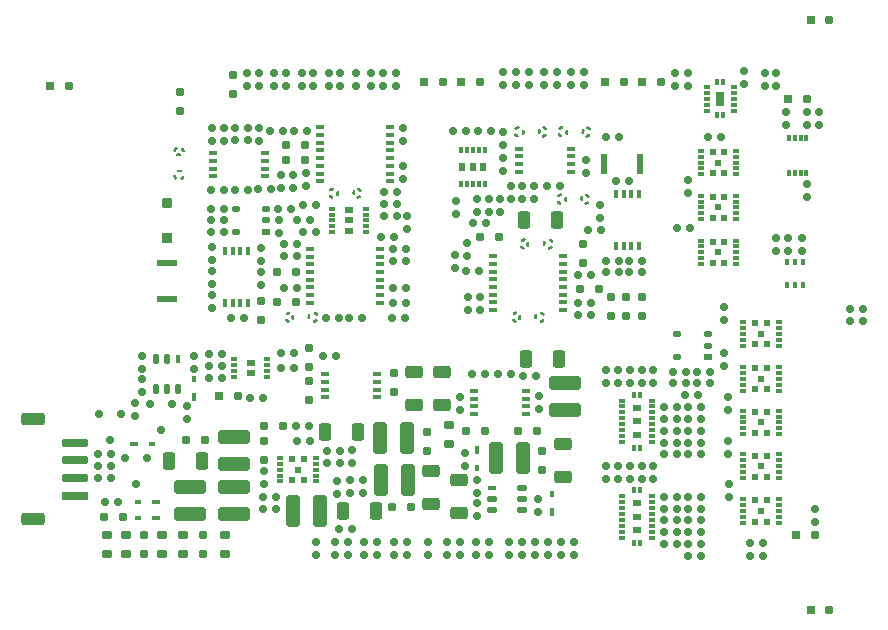
<source format=gbr>
%TF.GenerationSoftware,Altium Limited,Altium Designer,21.5.1 (32)*%
G04 Layer_Color=8421504*
%FSLAX45Y45*%
%MOMM*%
%TF.SameCoordinates,6D93875A-9943-4EB1-8E24-321CDD5DE8D5*%
%TF.FilePolarity,Positive*%
%TF.FileFunction,Paste,Top*%
%TF.Part,Single*%
G01*
G75*
%TA.AperFunction,SMDPad,CuDef*%
G04:AMPARAMS|DCode=12|XSize=0.6mm|YSize=0.6mm|CornerRadius=0.15mm|HoleSize=0mm|Usage=FLASHONLY|Rotation=180.000|XOffset=0mm|YOffset=0mm|HoleType=Round|Shape=RoundedRectangle|*
%AMROUNDEDRECTD12*
21,1,0.60000,0.30000,0,0,180.0*
21,1,0.30000,0.60000,0,0,180.0*
1,1,0.30000,-0.15000,0.15000*
1,1,0.30000,0.15000,0.15000*
1,1,0.30000,0.15000,-0.15000*
1,1,0.30000,-0.15000,-0.15000*
%
%ADD12ROUNDEDRECTD12*%
G04:AMPARAMS|DCode=13|XSize=0.6mm|YSize=0.7mm|CornerRadius=0.15mm|HoleSize=0mm|Usage=FLASHONLY|Rotation=0.000|XOffset=0mm|YOffset=0mm|HoleType=Round|Shape=RoundedRectangle|*
%AMROUNDEDRECTD13*
21,1,0.60000,0.40000,0,0,0.0*
21,1,0.30000,0.70000,0,0,0.0*
1,1,0.30000,0.15000,-0.20000*
1,1,0.30000,-0.15000,-0.20000*
1,1,0.30000,-0.15000,0.20000*
1,1,0.30000,0.15000,0.20000*
%
%ADD13ROUNDEDRECTD13*%
G04:AMPARAMS|DCode=48|XSize=0.6mm|YSize=0.6mm|CornerRadius=0.15mm|HoleSize=0mm|Usage=FLASHONLY|Rotation=90.000|XOffset=0mm|YOffset=0mm|HoleType=Round|Shape=RoundedRectangle|*
%AMROUNDEDRECTD48*
21,1,0.60000,0.30000,0,0,90.0*
21,1,0.30000,0.60000,0,0,90.0*
1,1,0.30000,0.15000,0.15000*
1,1,0.30000,0.15000,-0.15000*
1,1,0.30000,-0.15000,-0.15000*
1,1,0.30000,-0.15000,0.15000*
%
%ADD48ROUNDEDRECTD48*%
G04:AMPARAMS|DCode=53|XSize=2mm|YSize=1.1mm|CornerRadius=0.275mm|HoleSize=0mm|Usage=FLASHONLY|Rotation=180.000|XOffset=0mm|YOffset=0mm|HoleType=Round|Shape=RoundedRectangle|*
%AMROUNDEDRECTD53*
21,1,2.00000,0.55000,0,0,180.0*
21,1,1.45000,1.10000,0,0,180.0*
1,1,0.55000,-0.72500,0.27500*
1,1,0.55000,0.72500,0.27500*
1,1,0.55000,0.72500,-0.27500*
1,1,0.55000,-0.72500,-0.27500*
%
%ADD53ROUNDEDRECTD53*%
G04:AMPARAMS|DCode=54|XSize=2.2mm|YSize=0.7mm|CornerRadius=0.175mm|HoleSize=0mm|Usage=FLASHONLY|Rotation=180.000|XOffset=0mm|YOffset=0mm|HoleType=Round|Shape=RoundedRectangle|*
%AMROUNDEDRECTD54*
21,1,2.20000,0.35000,0,0,180.0*
21,1,1.85000,0.70000,0,0,180.0*
1,1,0.35000,-0.92500,0.17500*
1,1,0.35000,0.92500,0.17500*
1,1,0.35000,0.92500,-0.17500*
1,1,0.35000,-0.92500,-0.17500*
%
%ADD54ROUNDEDRECTD54*%
%ADD55R,2.20000X0.70000*%
%ADD67R,0.70000X0.50000*%
%TA.AperFunction,NonConductor*%
%ADD102C,0.25000*%
%ADD128R,0.50000X0.30000*%
%ADD129R,0.30000X0.50000*%
%ADD130R,0.60000X0.60000*%
%ADD131R,0.65000X0.40000*%
%ADD132R,0.80000X0.60000*%
%ADD133R,0.40000X0.50000*%
%ADD134R,0.30000X0.55000*%
%ADD135R,0.30000X0.50000*%
%ADD136R,0.70000X0.60000*%
%ADD137R,0.70000X0.60000*%
%ADD138R,0.55000X0.30000*%
%ADD139R,0.55000X0.30000*%
%ADD140R,0.40000X0.65000*%
%ADD141R,0.30000X0.55000*%
%ADD142R,0.60000X0.70000*%
%ADD143R,0.60000X0.70000*%
%ADD144R,1.70000X0.55000*%
%ADD145R,0.55000X1.70000*%
%TA.AperFunction,SMDPad,CuDef*%
G04:AMPARAMS|DCode=146|XSize=0.7mm|YSize=1.2mm|CornerRadius=0.1mm|HoleSize=0mm|Usage=FLASHONLY|Rotation=0.000|XOffset=0mm|YOffset=0mm|HoleType=Round|Shape=RoundedRectangle|*
%AMROUNDEDRECTD146*
21,1,0.70000,1.00000,0,0,0.0*
21,1,0.50000,1.20000,0,0,0.0*
1,1,0.20000,0.25000,-0.50000*
1,1,0.20000,-0.25000,-0.50000*
1,1,0.20000,-0.25000,0.50000*
1,1,0.20000,0.25000,0.50000*
%
%ADD146ROUNDEDRECTD146*%
%ADD147R,0.80000X0.45000*%
G04:AMPARAMS|DCode=148|XSize=0.45mm|YSize=0.8mm|CornerRadius=0.0875mm|HoleSize=0mm|Usage=FLASHONLY|Rotation=90.000|XOffset=0mm|YOffset=0mm|HoleType=Round|Shape=RoundedRectangle|*
%AMROUNDEDRECTD148*
21,1,0.45000,0.62500,0,0,90.0*
21,1,0.27500,0.80000,0,0,90.0*
1,1,0.17500,0.31250,0.13750*
1,1,0.17500,0.31250,-0.13750*
1,1,0.17500,-0.31250,-0.13750*
1,1,0.17500,-0.31250,0.13750*
%
%ADD148ROUNDEDRECTD148*%
%ADD149R,0.45000X0.80000*%
G04:AMPARAMS|DCode=150|XSize=0.45mm|YSize=0.8mm|CornerRadius=0.0875mm|HoleSize=0mm|Usage=FLASHONLY|Rotation=0.000|XOffset=0mm|YOffset=0mm|HoleType=Round|Shape=RoundedRectangle|*
%AMROUNDEDRECTD150*
21,1,0.45000,0.62500,0,0,0.0*
21,1,0.27500,0.80000,0,0,0.0*
1,1,0.17500,0.13750,-0.31250*
1,1,0.17500,-0.13750,-0.31250*
1,1,0.17500,-0.13750,0.31250*
1,1,0.17500,0.13750,0.31250*
%
%ADD150ROUNDEDRECTD150*%
G04:AMPARAMS|DCode=151|XSize=0.5mm|YSize=0.7mm|CornerRadius=0.1mm|HoleSize=0mm|Usage=FLASHONLY|Rotation=270.000|XOffset=0mm|YOffset=0mm|HoleType=Round|Shape=RoundedRectangle|*
%AMROUNDEDRECTD151*
21,1,0.50000,0.50000,0,0,270.0*
21,1,0.30000,0.70000,0,0,270.0*
1,1,0.20000,-0.25000,-0.15000*
1,1,0.20000,-0.25000,0.15000*
1,1,0.20000,0.25000,0.15000*
1,1,0.20000,0.25000,-0.15000*
%
%ADD151ROUNDEDRECTD151*%
G04:AMPARAMS|DCode=152|XSize=0.8mm|YSize=0.7mm|CornerRadius=0.15mm|HoleSize=0mm|Usage=FLASHONLY|Rotation=180.000|XOffset=0mm|YOffset=0mm|HoleType=Round|Shape=RoundedRectangle|*
%AMROUNDEDRECTD152*
21,1,0.80000,0.40000,0,0,180.0*
21,1,0.50000,0.70000,0,0,180.0*
1,1,0.30000,-0.25000,0.20000*
1,1,0.30000,0.25000,0.20000*
1,1,0.30000,0.25000,-0.20000*
1,1,0.30000,-0.25000,-0.20000*
%
%ADD152ROUNDEDRECTD152*%
G04:AMPARAMS|DCode=153|XSize=2.7mm|YSize=1.2mm|CornerRadius=0.275mm|HoleSize=0mm|Usage=FLASHONLY|Rotation=90.000|XOffset=0mm|YOffset=0mm|HoleType=Round|Shape=RoundedRectangle|*
%AMROUNDEDRECTD153*
21,1,2.70000,0.65000,0,0,90.0*
21,1,2.15000,1.20000,0,0,90.0*
1,1,0.55000,0.32500,1.07500*
1,1,0.55000,0.32500,-1.07500*
1,1,0.55000,-0.32500,-1.07500*
1,1,0.55000,-0.32500,1.07500*
%
%ADD153ROUNDEDRECTD153*%
G04:AMPARAMS|DCode=154|XSize=2.7mm|YSize=1.2mm|CornerRadius=0.275mm|HoleSize=0mm|Usage=FLASHONLY|Rotation=0.000|XOffset=0mm|YOffset=0mm|HoleType=Round|Shape=RoundedRectangle|*
%AMROUNDEDRECTD154*
21,1,2.70000,0.65000,0,0,0.0*
21,1,2.15000,1.20000,0,0,0.0*
1,1,0.55000,1.07500,-0.32500*
1,1,0.55000,-1.07500,-0.32500*
1,1,0.55000,-1.07500,0.32500*
1,1,0.55000,1.07500,0.32500*
%
%ADD154ROUNDEDRECTD154*%
%ADD155R,0.70000X0.70000*%
G04:AMPARAMS|DCode=156|XSize=0.7mm|YSize=0.7mm|CornerRadius=0.15mm|HoleSize=0mm|Usage=FLASHONLY|Rotation=90.000|XOffset=0mm|YOffset=0mm|HoleType=Round|Shape=RoundedRectangle|*
%AMROUNDEDRECTD156*
21,1,0.70000,0.40000,0,0,90.0*
21,1,0.40000,0.70000,0,0,90.0*
1,1,0.30000,0.20000,0.20000*
1,1,0.30000,0.20000,-0.20000*
1,1,0.30000,-0.20000,-0.20000*
1,1,0.30000,-0.20000,0.20000*
%
%ADD156ROUNDEDRECTD156*%
%ADD157R,0.60000X0.40000*%
G04:AMPARAMS|DCode=158|XSize=0.4mm|YSize=0.6mm|CornerRadius=0.075mm|HoleSize=0mm|Usage=FLASHONLY|Rotation=90.000|XOffset=0mm|YOffset=0mm|HoleType=Round|Shape=RoundedRectangle|*
%AMROUNDEDRECTD158*
21,1,0.40000,0.45000,0,0,90.0*
21,1,0.25000,0.60000,0,0,90.0*
1,1,0.15000,0.22500,0.12500*
1,1,0.15000,0.22500,-0.12500*
1,1,0.15000,-0.22500,-0.12500*
1,1,0.15000,-0.22500,0.12500*
%
%ADD158ROUNDEDRECTD158*%
%ADD159R,0.40000X0.60000*%
G04:AMPARAMS|DCode=160|XSize=0.4mm|YSize=0.6mm|CornerRadius=0.075mm|HoleSize=0mm|Usage=FLASHONLY|Rotation=0.000|XOffset=0mm|YOffset=0mm|HoleType=Round|Shape=RoundedRectangle|*
%AMROUNDEDRECTD160*
21,1,0.40000,0.45000,0,0,0.0*
21,1,0.25000,0.60000,0,0,0.0*
1,1,0.15000,0.12500,-0.22500*
1,1,0.15000,-0.12500,-0.22500*
1,1,0.15000,-0.12500,0.22500*
1,1,0.15000,0.12500,0.22500*
%
%ADD160ROUNDEDRECTD160*%
%ADD161R,0.90000X0.90000*%
G04:AMPARAMS|DCode=162|XSize=0.9mm|YSize=0.9mm|CornerRadius=0.175mm|HoleSize=0mm|Usage=FLASHONLY|Rotation=180.000|XOffset=0mm|YOffset=0mm|HoleType=Round|Shape=RoundedRectangle|*
%AMROUNDEDRECTD162*
21,1,0.90000,0.55000,0,0,180.0*
21,1,0.55000,0.90000,0,0,180.0*
1,1,0.35000,-0.27500,0.27500*
1,1,0.35000,0.27500,0.27500*
1,1,0.35000,0.27500,-0.27500*
1,1,0.35000,-0.27500,-0.27500*
%
%ADD162ROUNDEDRECTD162*%
G04:AMPARAMS|DCode=163|XSize=1.45mm|YSize=1.05mm|CornerRadius=0.2125mm|HoleSize=0mm|Usage=FLASHONLY|Rotation=0.000|XOffset=0mm|YOffset=0mm|HoleType=Round|Shape=RoundedRectangle|*
%AMROUNDEDRECTD163*
21,1,1.45000,0.62500,0,0,0.0*
21,1,1.02500,1.05000,0,0,0.0*
1,1,0.42500,0.51250,-0.31250*
1,1,0.42500,-0.51250,-0.31250*
1,1,0.42500,-0.51250,0.31250*
1,1,0.42500,0.51250,0.31250*
%
%ADD163ROUNDEDRECTD163*%
G04:AMPARAMS|DCode=164|XSize=1.45mm|YSize=1.05mm|CornerRadius=0.2125mm|HoleSize=0mm|Usage=FLASHONLY|Rotation=270.000|XOffset=0mm|YOffset=0mm|HoleType=Round|Shape=RoundedRectangle|*
%AMROUNDEDRECTD164*
21,1,1.45000,0.62500,0,0,270.0*
21,1,1.02500,1.05000,0,0,270.0*
1,1,0.42500,-0.31250,-0.51250*
1,1,0.42500,-0.31250,0.51250*
1,1,0.42500,0.31250,0.51250*
1,1,0.42500,0.31250,-0.51250*
%
%ADD164ROUNDEDRECTD164*%
G04:AMPARAMS|DCode=165|XSize=0.7mm|YSize=0.7mm|CornerRadius=0.15mm|HoleSize=0mm|Usage=FLASHONLY|Rotation=180.000|XOffset=0mm|YOffset=0mm|HoleType=Round|Shape=RoundedRectangle|*
%AMROUNDEDRECTD165*
21,1,0.70000,0.40000,0,0,180.0*
21,1,0.40000,0.70000,0,0,180.0*
1,1,0.30000,-0.20000,0.20000*
1,1,0.30000,0.20000,0.20000*
1,1,0.30000,0.20000,-0.20000*
1,1,0.30000,-0.20000,-0.20000*
%
%ADD165ROUNDEDRECTD165*%
D12*
X7460000Y4775000D02*
D03*
Y4665000D02*
D03*
X7560000Y3385000D02*
D03*
Y3275000D02*
D03*
X7660000Y3385000D02*
D03*
Y3275000D02*
D03*
X3970000Y1475000D02*
D03*
Y1585000D02*
D03*
X3950000Y1335000D02*
D03*
Y1225000D02*
D03*
X5030000Y1025000D02*
D03*
Y1135000D02*
D03*
Y1225000D02*
D03*
Y1335000D02*
D03*
X2130000Y1985000D02*
D03*
Y1875000D02*
D03*
X2190000Y2075000D02*
D03*
Y2185000D02*
D03*
Y2385000D02*
D03*
Y2275000D02*
D03*
X2570000Y1845000D02*
D03*
Y1955000D02*
D03*
X5930000Y4675000D02*
D03*
Y4785000D02*
D03*
X3180000Y4665000D02*
D03*
Y4775000D02*
D03*
X5820000Y4675000D02*
D03*
Y4785000D02*
D03*
X3080000Y4665000D02*
D03*
Y4775000D02*
D03*
X4320000Y695000D02*
D03*
Y805000D02*
D03*
X4430000Y695000D02*
D03*
Y805000D02*
D03*
X7560000Y4665000D02*
D03*
Y4775000D02*
D03*
X7450000Y685000D02*
D03*
Y795000D02*
D03*
X7340000Y685000D02*
D03*
Y795000D02*
D03*
X6700000Y4665000D02*
D03*
Y4775000D02*
D03*
X6810000Y4665000D02*
D03*
Y4775000D02*
D03*
X5850000Y695000D02*
D03*
Y805000D02*
D03*
X5630000Y695000D02*
D03*
Y805000D02*
D03*
X5740000D02*
D03*
Y695000D02*
D03*
X5520000D02*
D03*
Y805000D02*
D03*
X5700000Y4785000D02*
D03*
Y4675000D02*
D03*
X5410000Y695000D02*
D03*
Y805000D02*
D03*
X5300000Y695000D02*
D03*
Y805000D02*
D03*
X5470000Y4675000D02*
D03*
Y4785000D02*
D03*
X5020000Y695000D02*
D03*
Y805000D02*
D03*
X5360000Y4785000D02*
D03*
Y4675000D02*
D03*
X4880000Y695000D02*
D03*
Y805000D02*
D03*
X4070000Y695000D02*
D03*
Y805000D02*
D03*
X3930000D02*
D03*
Y695000D02*
D03*
X4000000Y4775000D02*
D03*
Y4665000D02*
D03*
X4130000D02*
D03*
Y4775000D02*
D03*
X3640000D02*
D03*
Y4665000D02*
D03*
X3770000D02*
D03*
Y4775000D02*
D03*
X3410000D02*
D03*
Y4665000D02*
D03*
X7640000Y4335000D02*
D03*
Y4445000D02*
D03*
X7820000Y4335000D02*
D03*
Y4445000D02*
D03*
X6120000Y1345000D02*
D03*
Y1455000D02*
D03*
X6420000Y1345000D02*
D03*
Y1455000D02*
D03*
X6220000Y1345000D02*
D03*
Y1455000D02*
D03*
X5590000Y4675000D02*
D03*
Y4785000D02*
D03*
X4180000Y805000D02*
D03*
Y695000D02*
D03*
X3820000Y805000D02*
D03*
Y695000D02*
D03*
X5130000Y805000D02*
D03*
Y695000D02*
D03*
X4770000Y805000D02*
D03*
Y695000D02*
D03*
X5250000Y4675000D02*
D03*
Y4785000D02*
D03*
X3870000Y4665000D02*
D03*
Y4775000D02*
D03*
X3540000Y4665000D02*
D03*
Y4775000D02*
D03*
X6120000Y2155000D02*
D03*
Y2265000D02*
D03*
X4230000Y4665000D02*
D03*
Y4775000D02*
D03*
X3310000Y4665000D02*
D03*
Y4775000D02*
D03*
X6420000Y2155000D02*
D03*
Y2265000D02*
D03*
X6220000Y2155000D02*
D03*
Y2265000D02*
D03*
X3180000Y4315000D02*
D03*
Y4205000D02*
D03*
X4400000Y3995000D02*
D03*
Y3885000D02*
D03*
X2880000Y4205000D02*
D03*
Y4315000D02*
D03*
X3470000Y3915000D02*
D03*
Y3805000D02*
D03*
X6070000Y3665000D02*
D03*
Y3555000D02*
D03*
X4840000Y3125000D02*
D03*
Y3235000D02*
D03*
X4850000Y3695000D02*
D03*
Y3585000D02*
D03*
X5250000Y4275000D02*
D03*
Y4165000D02*
D03*
X5510000Y3825000D02*
D03*
Y3715000D02*
D03*
X7290000Y4685000D02*
D03*
Y4795000D02*
D03*
X7120000Y2295000D02*
D03*
Y2405000D02*
D03*
X7150000Y1925000D02*
D03*
Y2035000D02*
D03*
X7120000Y2685000D02*
D03*
Y2795000D02*
D03*
X7150000Y1555000D02*
D03*
Y1665000D02*
D03*
X7160000Y1185000D02*
D03*
Y1295000D02*
D03*
X7890000Y975000D02*
D03*
Y1085000D02*
D03*
X7920000Y4335000D02*
D03*
Y4445000D02*
D03*
X3840000Y1215000D02*
D03*
Y1325000D02*
D03*
X3220000Y1405000D02*
D03*
Y1295000D02*
D03*
X4060000Y1225000D02*
D03*
Y1335000D02*
D03*
X5540000Y1175000D02*
D03*
Y1065000D02*
D03*
X5550000Y1935000D02*
D03*
Y2045000D02*
D03*
X4880000Y1925000D02*
D03*
Y2035000D02*
D03*
X4920000Y1455000D02*
D03*
Y1565000D02*
D03*
X2630000Y2275000D02*
D03*
Y2385000D02*
D03*
X7780000Y3275000D02*
D03*
Y3385000D02*
D03*
X7820000Y3835000D02*
D03*
Y3725000D02*
D03*
X6810000Y3765000D02*
D03*
Y3875000D02*
D03*
X6320000Y2265000D02*
D03*
Y2155000D02*
D03*
Y1455000D02*
D03*
Y1345000D02*
D03*
X3660000Y695000D02*
D03*
Y805000D02*
D03*
X4610000Y695000D02*
D03*
Y805000D02*
D03*
X6520000Y1345000D02*
D03*
Y1455000D02*
D03*
X6520000Y2155000D02*
D03*
Y2265000D02*
D03*
X4340000Y4775000D02*
D03*
Y4665000D02*
D03*
X4400000Y4315000D02*
D03*
Y4205000D02*
D03*
X3200000Y3095000D02*
D03*
Y2985000D02*
D03*
Y3185000D02*
D03*
Y3295000D02*
D03*
X2780000Y3105000D02*
D03*
Y2995000D02*
D03*
Y3195000D02*
D03*
Y3305000D02*
D03*
X3350000Y3535000D02*
D03*
Y3425000D02*
D03*
X4430000Y3455000D02*
D03*
Y3565000D02*
D03*
X2780000Y2895000D02*
D03*
Y2785000D02*
D03*
X3580000Y3935000D02*
D03*
Y3825000D02*
D03*
X2780000Y4205000D02*
D03*
Y4315000D02*
D03*
X3370000Y3805000D02*
D03*
Y3915000D02*
D03*
X4950000Y2775000D02*
D03*
Y2885000D02*
D03*
X5050000Y2775000D02*
D03*
Y2885000D02*
D03*
X5310000Y3825000D02*
D03*
Y3715000D02*
D03*
X5410000Y3825000D02*
D03*
Y3715000D02*
D03*
X5030000Y3715000D02*
D03*
Y3605000D02*
D03*
X5220000Y3715000D02*
D03*
Y3605000D02*
D03*
X5130000D02*
D03*
Y3715000D02*
D03*
X5950000Y4045000D02*
D03*
Y3935000D02*
D03*
X4940000Y3225000D02*
D03*
Y3335000D02*
D03*
X5250000Y4055000D02*
D03*
Y3945000D02*
D03*
D13*
X2235000Y1520000D02*
D03*
X2045000D02*
D03*
X2140000Y1300000D02*
D03*
X2015000Y1890000D02*
D03*
X1825000D02*
D03*
X1920000Y1670000D02*
D03*
X2445000Y1980000D02*
D03*
X2255000D02*
D03*
X2350000Y1760000D02*
D03*
D48*
X6605000Y1190000D02*
D03*
X6715000D02*
D03*
X6605000Y790000D02*
D03*
X6715000D02*
D03*
X6605000Y890000D02*
D03*
X6715000D02*
D03*
X6605000Y990000D02*
D03*
X6715000D02*
D03*
X6605000Y1090000D02*
D03*
X6715000D02*
D03*
X6605000Y1550000D02*
D03*
X6715000D02*
D03*
X6605000Y1650000D02*
D03*
X6715000D02*
D03*
X6605000Y1750000D02*
D03*
X6715000D02*
D03*
X6605000Y1850000D02*
D03*
X6715000D02*
D03*
X6605000Y1950000D02*
D03*
X6715000D02*
D03*
X3865000Y1580000D02*
D03*
X3755000D02*
D03*
Y1480000D02*
D03*
X3865000D02*
D03*
X1985000Y1150000D02*
D03*
X1875000D02*
D03*
X3105000Y2030000D02*
D03*
X3215000D02*
D03*
X5205000Y2230000D02*
D03*
X5315000D02*
D03*
X1925000Y1550000D02*
D03*
X1815000D02*
D03*
Y1450000D02*
D03*
X1925000D02*
D03*
X2755000Y2400000D02*
D03*
X2865000D02*
D03*
X2755000Y2300000D02*
D03*
X2865000D02*
D03*
Y2200000D02*
D03*
X2755000D02*
D03*
X3365000Y2280000D02*
D03*
X3475000D02*
D03*
X6995000Y2150000D02*
D03*
X6885000D02*
D03*
X6815000Y1190000D02*
D03*
X6925000D02*
D03*
X6815000Y790000D02*
D03*
X6924999D02*
D03*
X6815000Y890000D02*
D03*
X6925000D02*
D03*
X6815000Y990000D02*
D03*
X6925000D02*
D03*
X6815000Y1090000D02*
D03*
X6925000D02*
D03*
X6815000Y1550000D02*
D03*
X6925000D02*
D03*
X6815000Y1650000D02*
D03*
X6925000D02*
D03*
X6815000Y1750000D02*
D03*
X6925000D02*
D03*
X6815000Y1850000D02*
D03*
X6925000D02*
D03*
X6815000Y1950000D02*
D03*
X6925000D02*
D03*
X3055000Y2700000D02*
D03*
X2945000D02*
D03*
X3665000Y3430000D02*
D03*
X3555000D02*
D03*
X3615000Y3530000D02*
D03*
X3505000D02*
D03*
X4315000Y2960000D02*
D03*
X4425000D02*
D03*
X4055000Y2700000D02*
D03*
X3945000D02*
D03*
X3665000Y3660000D02*
D03*
X3555000D02*
D03*
X4215000Y3390000D02*
D03*
X4325000D02*
D03*
X3855000Y2700000D02*
D03*
X3745000D02*
D03*
X2885000Y3630000D02*
D03*
X2775000D02*
D03*
X3085000Y4310000D02*
D03*
X2975000D02*
D03*
X3175000Y3800000D02*
D03*
X3285000D02*
D03*
X4415000Y2700000D02*
D03*
X4305000D02*
D03*
X4935000Y3100000D02*
D03*
X5045000D02*
D03*
X6075000Y3450000D02*
D03*
X5965000D02*
D03*
X6225000Y4240000D02*
D03*
X6115000D02*
D03*
X4935000Y4290000D02*
D03*
X4825000D02*
D03*
X5035000D02*
D03*
X5145000D02*
D03*
X5725000Y3820000D02*
D03*
X5615000D02*
D03*
X6985000Y4240000D02*
D03*
X7095000D02*
D03*
X6825000Y3470000D02*
D03*
X6715000D02*
D03*
X8185000Y2780000D02*
D03*
X8295000D02*
D03*
Y2680000D02*
D03*
X8185000D02*
D03*
X3855000Y920000D02*
D03*
X3965000D02*
D03*
X3615000Y1660000D02*
D03*
X3505000D02*
D03*
X3605000Y1790000D02*
D03*
X3495000D02*
D03*
X3215000Y1090000D02*
D03*
X3325000D02*
D03*
Y1190000D02*
D03*
X3215000D02*
D03*
X3835000Y2380000D02*
D03*
X3725000D02*
D03*
X4985000Y2230000D02*
D03*
X5095000D02*
D03*
X5415000Y2210000D02*
D03*
X5525000D02*
D03*
X1925000Y1350000D02*
D03*
X1815000D02*
D03*
X3365000Y2410000D02*
D03*
X3475000D02*
D03*
X6685000Y2150000D02*
D03*
X6795000D02*
D03*
X6685000Y2250000D02*
D03*
X6795000D02*
D03*
X6885000D02*
D03*
X6995000D02*
D03*
X6925000Y690000D02*
D03*
X6815000D02*
D03*
X6895000Y2050000D02*
D03*
X6785000D02*
D03*
X2975000Y3790000D02*
D03*
X3085000D02*
D03*
X2885000D02*
D03*
X2775000D02*
D03*
X3505000Y3330000D02*
D03*
X3395000D02*
D03*
X3505000Y3230000D02*
D03*
X3395000D02*
D03*
X4315000Y3190000D02*
D03*
X4425000D02*
D03*
X4315000Y3290000D02*
D03*
X4425000D02*
D03*
X3385000Y4290000D02*
D03*
X3275000D02*
D03*
X3585000D02*
D03*
X3475000D02*
D03*
X2885000Y3430000D02*
D03*
X2775000D02*
D03*
X4235000Y3570000D02*
D03*
X4345000D02*
D03*
X3505000Y2960000D02*
D03*
X3395000D02*
D03*
X4235000Y3770000D02*
D03*
X4345000D02*
D03*
X4235000Y3670000D02*
D03*
X4345000D02*
D03*
X3345000Y3630000D02*
D03*
X3455000D02*
D03*
X2885000Y3530000D02*
D03*
X2775000D02*
D03*
X2975000Y4210000D02*
D03*
X3085000D02*
D03*
X4315000Y2830000D02*
D03*
X4425000D02*
D03*
X5885000Y2730000D02*
D03*
X5995000D02*
D03*
X5885000Y2830000D02*
D03*
X5995000D02*
D03*
X6115000Y3090000D02*
D03*
X6225000D02*
D03*
X6115000Y3190000D02*
D03*
X6225000D02*
D03*
X6425000Y3090000D02*
D03*
X6315000D02*
D03*
X6425000Y3190000D02*
D03*
X6315000D02*
D03*
X4995000Y3510000D02*
D03*
X5105000D02*
D03*
X5885000Y3070000D02*
D03*
X5995000D02*
D03*
X6315000Y3860000D02*
D03*
X6205000D02*
D03*
D53*
X1270000Y1005000D02*
D03*
Y1845000D02*
D03*
D54*
X1620000Y1650000D02*
D03*
Y1500000D02*
D03*
Y1350000D02*
D03*
D55*
Y1200000D02*
D03*
D67*
X6977500Y2375000D02*
D03*
X3237500Y3435000D02*
D03*
D102*
X2515120Y3947832D02*
G03*
X2495525Y3949546I-12997J-35708D01*
G01*
X2526549Y3883014D02*
G03*
X2537832Y3899127I-24426J29110D01*
G01*
X2464701Y3905525D02*
G03*
X2473014Y3887698I37423J6599D01*
G01*
X2489135Y4086415D02*
G03*
X2508730Y4084701I12997J35708D01*
G01*
X2477764Y4139233D02*
G03*
X2466481Y4123120I24426J-29110D01*
G01*
X2539546Y4116722D02*
G03*
X2531233Y4134550I-37423J-6599D01*
G01*
X3604292Y2722997D02*
G03*
X3602578Y2703401I35708J-12997D01*
G01*
X3669110Y2734426D02*
G03*
X3652997Y2745708I-29110J-24426D01*
G01*
X3646599Y2672577D02*
G03*
X3664426Y2680890I-6599J37423D01*
G01*
X3465708Y2697011D02*
G03*
X3467423Y2716607I-35708J12997D01*
G01*
X3412890Y2685640D02*
G03*
X3429003Y2674358I29110J24426D01*
G01*
X3435401Y2747422D02*
G03*
X3417574Y2739110I6599J-37423D01*
G01*
X3845708Y3747003D02*
G03*
X3847423Y3766599I-35708J12997D01*
G01*
X3780890Y3735574D02*
G03*
X3797003Y3724292I29110J24426D01*
G01*
X3803401Y3797422D02*
G03*
X3785574Y3789110I6599J-37423D01*
G01*
X3984292Y3772988D02*
G03*
X3982578Y3753393I35708J-12997D01*
G01*
X4037110Y3784359D02*
G03*
X4020997Y3795642I-29110J-24426D01*
G01*
X4014599Y3722577D02*
G03*
X4032426Y3730890I-6599J37423D01*
G01*
X5524292Y2722997D02*
G03*
X5522577Y2703401I35708J-12997D01*
G01*
X5589110Y2734426D02*
G03*
X5572997Y2745708I-29110J-24426D01*
G01*
X5566599Y2672577D02*
G03*
X5584426Y2680890I-6599J37423D01*
G01*
X5385708Y2697011D02*
G03*
X5387423Y2716607I-35708J12997D01*
G01*
X5332890Y2685640D02*
G03*
X5349003Y2674358I29110J24426D01*
G01*
X5355401Y2747422D02*
G03*
X5337574Y2739110I6599J-37423D01*
G01*
X5594292Y3342997D02*
G03*
X5592578Y3323401I35708J-12997D01*
G01*
X5659110Y3354426D02*
G03*
X5642997Y3365708I-29110J-24426D01*
G01*
X5636599Y3292577D02*
G03*
X5654426Y3300890I-6599J37423D01*
G01*
X5455708Y3317011D02*
G03*
X5457423Y3336607I-35708J12997D01*
G01*
X5402890Y3305640D02*
G03*
X5419003Y3294358I29110J24426D01*
G01*
X5425401Y3367423D02*
G03*
X5407574Y3359110I6599J-37423D01*
G01*
X5785708Y4267003D02*
G03*
X5787423Y4286599I-35708J12997D01*
G01*
X5720890Y4255574D02*
G03*
X5737003Y4244292I29110J24426D01*
G01*
X5743401Y4317423D02*
G03*
X5725574Y4309110I6599J-37423D01*
G01*
X5924292Y4292989D02*
G03*
X5922577Y4273393I35708J-12997D01*
G01*
X5977110Y4304360D02*
G03*
X5960997Y4315642I-29110J-24426D01*
G01*
X5954599Y4242577D02*
G03*
X5972426Y4250890I-6599J37423D01*
G01*
X5415708Y4267003D02*
G03*
X5417422Y4286599I-35708J12997D01*
G01*
X5350890Y4255574D02*
G03*
X5367003Y4244292I29110J24426D01*
G01*
X5373401Y4317423D02*
G03*
X5355574Y4309110I6599J-37423D01*
G01*
X5554292Y4292989D02*
G03*
X5552577Y4273393I35708J-12997D01*
G01*
X5607110Y4304360D02*
G03*
X5590997Y4315642I-29110J-24426D01*
G01*
X5584599Y4242577D02*
G03*
X5602426Y4250890I-6599J37423D01*
G01*
X5775708Y3697003D02*
G03*
X5777423Y3716599I-35708J12997D01*
G01*
X5710890Y3685574D02*
G03*
X5727003Y3674292I29110J24426D01*
G01*
X5733401Y3747423D02*
G03*
X5715574Y3739110I6599J-37423D01*
G01*
X5914292Y3722988D02*
G03*
X5912577Y3703393I35708J-12997D01*
G01*
X5967110Y3734360D02*
G03*
X5950997Y3745642I-29110J-24426D01*
G01*
X5944599Y3672577D02*
G03*
X5962426Y3680890I-6599J37423D01*
G01*
D128*
X7200000Y4660000D02*
D03*
Y4610000D02*
D03*
Y4560000D02*
D03*
Y4510000D02*
D03*
Y4460000D02*
D03*
X6970000Y4610000D02*
D03*
Y4560000D02*
D03*
Y4660000D02*
D03*
Y4510000D02*
D03*
Y4460000D02*
D03*
X7580000Y1920000D02*
D03*
Y1870000D02*
D03*
Y1820000D02*
D03*
Y1770000D02*
D03*
Y1720000D02*
D03*
X7280000Y1720000D02*
D03*
Y1770000D02*
D03*
Y1820000D02*
D03*
Y1870000D02*
D03*
Y1920000D02*
D03*
X7580000Y2290000D02*
D03*
Y2240000D02*
D03*
Y2190000D02*
D03*
Y2140000D02*
D03*
Y2090000D02*
D03*
X7280000D02*
D03*
Y2140000D02*
D03*
Y2190000D02*
D03*
Y2240000D02*
D03*
Y2290000D02*
D03*
X7580000Y1170000D02*
D03*
Y1120000D02*
D03*
Y1070000D02*
D03*
Y1020000D02*
D03*
Y970000D02*
D03*
X7280000Y970000D02*
D03*
Y1020000D02*
D03*
Y1070000D02*
D03*
Y1120000D02*
D03*
Y1170000D02*
D03*
X7580000Y2670000D02*
D03*
Y2620000D02*
D03*
Y2570000D02*
D03*
Y2520000D02*
D03*
Y2470000D02*
D03*
X7280000Y2470000D02*
D03*
Y2520000D02*
D03*
Y2570000D02*
D03*
Y2620000D02*
D03*
Y2670000D02*
D03*
X7220000Y4120000D02*
D03*
Y4070000D02*
D03*
Y4020000D02*
D03*
Y3970000D02*
D03*
Y3920000D02*
D03*
X6920000D02*
D03*
Y3970000D02*
D03*
Y4020000D02*
D03*
Y4070000D02*
D03*
Y4120000D02*
D03*
X7580000Y1550000D02*
D03*
Y1500000D02*
D03*
Y1450000D02*
D03*
Y1400000D02*
D03*
Y1350000D02*
D03*
X7280000D02*
D03*
Y1400000D02*
D03*
Y1450000D02*
D03*
Y1500000D02*
D03*
Y1550000D02*
D03*
X7220000Y3360000D02*
D03*
Y3310000D02*
D03*
Y3260000D02*
D03*
Y3210000D02*
D03*
Y3160000D02*
D03*
X6920000D02*
D03*
Y3210000D02*
D03*
Y3260000D02*
D03*
Y3310000D02*
D03*
Y3360000D02*
D03*
X3660000Y1520000D02*
D03*
Y1470000D02*
D03*
Y1420000D02*
D03*
Y1370000D02*
D03*
Y1320000D02*
D03*
X3360000D02*
D03*
Y1370000D02*
D03*
Y1420000D02*
D03*
Y1470000D02*
D03*
Y1520000D02*
D03*
X7220000Y3740000D02*
D03*
Y3690000D02*
D03*
Y3640000D02*
D03*
Y3590000D02*
D03*
Y3540000D02*
D03*
X6920000Y3540000D02*
D03*
Y3590000D02*
D03*
Y3640000D02*
D03*
Y3690000D02*
D03*
Y3740000D02*
D03*
X3249999Y2355000D02*
D03*
Y2304999D02*
D03*
Y2255000D02*
D03*
Y2205000D02*
D03*
X2969999D02*
D03*
Y2255000D02*
D03*
Y2304999D02*
D03*
Y2354999D02*
D03*
X6505000Y995000D02*
D03*
X6505000Y945000D02*
D03*
Y895000D02*
D03*
Y845000D02*
D03*
X6255000D02*
D03*
Y895000D02*
D03*
Y945000D02*
D03*
X6255000Y995000D02*
D03*
X6505000Y1195000D02*
D03*
Y1145000D02*
D03*
Y1095000D02*
D03*
Y1045000D02*
D03*
X6255000D02*
D03*
Y1095000D02*
D03*
Y1145000D02*
D03*
X6255000Y1195000D02*
D03*
X6504999Y1805000D02*
D03*
X6505000Y1755000D02*
D03*
Y1705000D02*
D03*
Y1655000D02*
D03*
X6254999Y1655001D02*
D03*
Y1705001D02*
D03*
Y1755001D02*
D03*
X6255000Y1805000D02*
D03*
X6505000Y2005000D02*
D03*
Y1955000D02*
D03*
Y1905000D02*
D03*
Y1855000D02*
D03*
X6254999Y1855000D02*
D03*
Y1905000D02*
D03*
Y1955000D02*
D03*
X6255000Y2005000D02*
D03*
D129*
X7060000Y4699999D02*
D03*
X7110000D02*
D03*
X7060000Y4420000D02*
D03*
X7110000D02*
D03*
D130*
X7430000Y1820000D02*
D03*
X7480000Y1910000D02*
D03*
X7379999D02*
D03*
X7480000Y1730000D02*
D03*
X7379999D02*
D03*
X7430000Y2190000D02*
D03*
X7480000Y2280000D02*
D03*
X7379999D02*
D03*
X7480000Y2100000D02*
D03*
X7379999D02*
D03*
X7430000Y1070000D02*
D03*
X7480000Y1160000D02*
D03*
X7379999D02*
D03*
X7480000Y980000D02*
D03*
X7379999D02*
D03*
X7430000Y2570000D02*
D03*
X7480000Y2660000D02*
D03*
X7379999D02*
D03*
X7480000Y2480000D02*
D03*
X7379999D02*
D03*
X7070000Y4020000D02*
D03*
X7120000Y4110000D02*
D03*
X7020000D02*
D03*
X7120000Y3930000D02*
D03*
X7020000D02*
D03*
X7430000Y1450000D02*
D03*
X7480000Y1540000D02*
D03*
X7379999D02*
D03*
X7480000Y1360000D02*
D03*
X7379999D02*
D03*
X7070000Y3260000D02*
D03*
X7120000Y3350000D02*
D03*
X7020000D02*
D03*
X7120000Y3170000D02*
D03*
X7020000D02*
D03*
X3510000Y1420000D02*
D03*
X3560000Y1510000D02*
D03*
X3460000D02*
D03*
X3560000Y1330000D02*
D03*
X3460000D02*
D03*
X7070000Y3640000D02*
D03*
X7120000Y3730000D02*
D03*
X7020000D02*
D03*
X7120000Y3550000D02*
D03*
X7020000D02*
D03*
D131*
X4180000Y2227500D02*
D03*
Y2162500D02*
D03*
Y2097500D02*
D03*
Y2032500D02*
D03*
X3740000D02*
D03*
Y2097500D02*
D03*
Y2162500D02*
D03*
Y2227508D02*
D03*
X5440000Y2087500D02*
D03*
Y2022500D02*
D03*
Y1957500D02*
D03*
Y1892500D02*
D03*
X5000000D02*
D03*
Y1957500D02*
D03*
Y2022500D02*
D03*
Y2087509D02*
D03*
X3615000Y2832492D02*
D03*
Y2897491D02*
D03*
Y2962491D02*
D03*
Y3027492D02*
D03*
Y3092492D02*
D03*
Y3157491D02*
D03*
Y3222491D02*
D03*
Y3287492D02*
D03*
X4205000Y3287500D02*
D03*
Y3222500D02*
D03*
Y3157500D02*
D03*
Y3092500D02*
D03*
Y3027500D02*
D03*
Y2962500D02*
D03*
Y2897500D02*
D03*
Y2832500D02*
D03*
X3695000Y3862492D02*
D03*
Y3927491D02*
D03*
Y3992491D02*
D03*
Y4057492D02*
D03*
Y4122492D02*
D03*
Y4187491D02*
D03*
Y4252491D02*
D03*
Y4317492D02*
D03*
X4285000Y4317500D02*
D03*
Y4252500D02*
D03*
Y4187500D02*
D03*
Y4122500D02*
D03*
Y4057500D02*
D03*
Y3992500D02*
D03*
Y3927500D02*
D03*
Y3862500D02*
D03*
X2790003Y3902500D02*
D03*
Y3967503D02*
D03*
Y4032496D02*
D03*
Y4097500D02*
D03*
X3229996D02*
D03*
Y4032496D02*
D03*
Y3967503D02*
D03*
Y3902491D02*
D03*
X5755000Y3227507D02*
D03*
Y3162505D02*
D03*
Y3097505D02*
D03*
Y3032508D02*
D03*
Y2967507D02*
D03*
Y2902512D02*
D03*
Y2837512D02*
D03*
Y2772508D02*
D03*
X5165000Y2772503D02*
D03*
Y2837500D02*
D03*
Y2902500D02*
D03*
Y2967503D02*
D03*
Y3032496D02*
D03*
Y3097500D02*
D03*
Y3162500D02*
D03*
Y3227496D02*
D03*
X5380003Y3942500D02*
D03*
Y4007503D02*
D03*
Y4072496D02*
D03*
Y4137499D02*
D03*
X5819996D02*
D03*
Y4072496D02*
D03*
Y4007503D02*
D03*
Y3942491D02*
D03*
D132*
X3109999Y2240000D02*
D03*
Y2319999D02*
D03*
D133*
X7654552Y2979734D02*
D03*
X7719551Y2979736D02*
D03*
X7784549Y2979734D02*
D03*
Y3179734D02*
D03*
X7719551Y3179733D02*
D03*
X7654551D02*
D03*
D134*
X7814999Y4227499D02*
D03*
X7765000Y4227500D02*
D03*
X7715000D02*
D03*
X7665000Y4227498D02*
D03*
Y3932500D02*
D03*
X7715001Y3932501D02*
D03*
X7765000Y3932500D02*
D03*
X7814999D02*
D03*
D135*
X6405000Y795000D02*
D03*
X6355000D02*
D03*
Y1245000D02*
D03*
X6405000D02*
D03*
X6404999Y1605000D02*
D03*
X6354999D02*
D03*
Y2055000D02*
D03*
X6404999D02*
D03*
D136*
X6380256Y1133790D02*
D03*
X6380452Y906071D02*
D03*
X6380255Y1943791D02*
D03*
X6380451Y1716072D02*
D03*
X3940000Y3530000D02*
D03*
Y3440000D02*
D03*
D137*
X6380000Y1020000D02*
D03*
X6380000Y1830000D02*
D03*
X3940000Y3620000D02*
D03*
D138*
X3797500Y3630000D02*
D03*
Y3580000D02*
D03*
Y3430000D02*
D03*
X4082500D02*
D03*
Y3580000D02*
D03*
Y3630000D02*
D03*
D139*
X3797500Y3530000D02*
D03*
Y3480000D02*
D03*
X4082500D02*
D03*
Y3530000D02*
D03*
D140*
X2892500Y3269998D02*
D03*
X2957501Y3270000D02*
D03*
X3022499Y3269998D02*
D03*
X3087500D02*
D03*
X3087499Y2830001D02*
D03*
X3022497Y2830000D02*
D03*
X2957499Y2830002D02*
D03*
X2892491Y2830001D02*
D03*
X6397504Y3310001D02*
D03*
X6332500Y3310005D02*
D03*
X6267502Y3310003D02*
D03*
X6202504Y3310001D02*
D03*
X6202503Y3749998D02*
D03*
X6267500Y3750001D02*
D03*
X6332498Y3750003D02*
D03*
X6397512Y3749998D02*
D03*
D141*
X5089999Y4122499D02*
D03*
X5039999D02*
D03*
X4990000Y4122499D02*
D03*
X4940001Y4122498D02*
D03*
X4890001D02*
D03*
X4890001Y3837501D02*
D03*
X4940001D02*
D03*
X4990000Y3837500D02*
D03*
X5039999Y3837501D02*
D03*
X5089999D02*
D03*
D142*
X5079998Y3980004D02*
D03*
D143*
X4990000Y3980000D02*
D03*
X4900000D02*
D03*
D144*
X2400000Y3172499D02*
D03*
X2400001Y2867501D02*
D03*
D145*
X6097500Y4010000D02*
D03*
X6402500Y4010000D02*
D03*
D146*
X7085000Y4560000D02*
D03*
D147*
X5150000Y1265000D02*
D03*
D148*
Y1170000D02*
D03*
Y1075000D02*
D03*
X5410000D02*
D03*
Y1170000D02*
D03*
Y1265000D02*
D03*
D149*
X2495000Y2360000D02*
D03*
D150*
X2400000D02*
D03*
X2305000D02*
D03*
Y2100000D02*
D03*
X2400000D02*
D03*
X2495000D02*
D03*
D151*
X6722500Y2375000D02*
D03*
Y2565000D02*
D03*
X6977500D02*
D03*
Y2470000D02*
D03*
X2982500Y3435000D02*
D03*
Y3625000D02*
D03*
X3237500D02*
D03*
Y3530000D02*
D03*
D152*
X2050000Y870000D02*
D03*
Y710000D02*
D03*
X1890000Y870000D02*
D03*
Y710000D02*
D03*
X4790000Y1800000D02*
D03*
Y1640000D02*
D03*
X2890000Y870000D02*
D03*
Y710000D02*
D03*
X2540000D02*
D03*
Y870000D02*
D03*
X2360000D02*
D03*
Y710000D02*
D03*
D153*
X4205000Y1690000D02*
D03*
X4435000D02*
D03*
X3465000Y1070000D02*
D03*
X3695000D02*
D03*
X4210000Y1330000D02*
D03*
X4440000D02*
D03*
X5415000Y1520000D02*
D03*
X5185000D02*
D03*
D154*
X2970000Y1275000D02*
D03*
Y1045000D02*
D03*
X2970000Y1465000D02*
D03*
Y1695000D02*
D03*
X5770000Y1925000D02*
D03*
Y2155000D02*
D03*
X2600000Y1045000D02*
D03*
Y1275000D02*
D03*
D155*
X7850000Y230000D02*
D03*
Y5230000D02*
D03*
X2840000Y2040000D02*
D03*
X6420000Y4700000D02*
D03*
X4890000D02*
D03*
X6110000D02*
D03*
X4580000D02*
D03*
X7730000Y870000D02*
D03*
X7660000Y4560000D02*
D03*
X1410000Y4670000D02*
D03*
D156*
X8010000Y230000D02*
D03*
Y5230000D02*
D03*
X3000000Y2040000D02*
D03*
X6580000Y4700000D02*
D03*
X5050000D02*
D03*
X6270000D02*
D03*
X4740000D02*
D03*
X7890000Y870000D02*
D03*
X7820000Y4560000D02*
D03*
X1570000Y4670000D02*
D03*
X3380000Y1790000D02*
D03*
X3220000D02*
D03*
X4470000Y1100000D02*
D03*
X4310000D02*
D03*
X2720000Y1670000D02*
D03*
X2560000D02*
D03*
X1870000Y1020000D02*
D03*
X2030000D02*
D03*
X4930000Y1750000D02*
D03*
X5090000D02*
D03*
X5530000D02*
D03*
X5370000D02*
D03*
X3490000Y3090000D02*
D03*
X3330000D02*
D03*
X3490000Y2840000D02*
D03*
X3330000D02*
D03*
X3570000Y4170000D02*
D03*
X3410000D02*
D03*
X3570000Y4040000D02*
D03*
X3410000D02*
D03*
X5050000Y3390000D02*
D03*
X5210000D02*
D03*
X5900000Y2950000D02*
D03*
X6060000D02*
D03*
D157*
X2155000Y1150000D02*
D03*
X2275000Y1640000D02*
D03*
X2155000Y1010000D02*
D03*
D158*
X2305000Y1150000D02*
D03*
X2125000Y1640000D02*
D03*
X2305000Y1010000D02*
D03*
D159*
X5660000Y1215000D02*
D03*
X5030000Y1435000D02*
D03*
X2630000Y2185000D02*
D03*
D160*
X5660000Y1065000D02*
D03*
X5030000Y1585000D02*
D03*
X2630000Y2035000D02*
D03*
D161*
X2400000Y3380000D02*
D03*
D162*
Y3680000D02*
D03*
D163*
X4640000Y1410000D02*
D03*
Y1130000D02*
D03*
X4490000Y2250000D02*
D03*
Y1970000D02*
D03*
X5750000Y1640000D02*
D03*
Y1360000D02*
D03*
X4730000Y2250000D02*
D03*
Y1970000D02*
D03*
X4870000Y1050000D02*
D03*
Y1330000D02*
D03*
D164*
X4170000Y1070000D02*
D03*
X3890000D02*
D03*
X4020000Y1740000D02*
D03*
X3740000D02*
D03*
X2420000Y1490000D02*
D03*
X2700000D02*
D03*
X5440000Y2360000D02*
D03*
X5720000D02*
D03*
X5700000Y3530000D02*
D03*
X5420000D02*
D03*
D165*
X4600000Y1740000D02*
D03*
Y1580000D02*
D03*
X3220000Y1500000D02*
D03*
Y1660000D02*
D03*
X4320000Y2080000D02*
D03*
Y2240000D02*
D03*
X2960000Y4760000D02*
D03*
Y4600000D02*
D03*
X3600000Y2010000D02*
D03*
Y2170000D02*
D03*
X5580000Y1420000D02*
D03*
Y1580000D02*
D03*
X2210000Y870000D02*
D03*
Y710000D02*
D03*
X2710000Y870000D02*
D03*
Y710000D02*
D03*
X3200000Y2850000D02*
D03*
Y2690000D02*
D03*
X6420000Y2880000D02*
D03*
Y2720000D02*
D03*
X6290000D02*
D03*
Y2880000D02*
D03*
X2510000Y4460000D02*
D03*
Y4620000D02*
D03*
X6160000Y2880000D02*
D03*
Y2720000D02*
D03*
X3600000Y2450000D02*
D03*
Y2290000D02*
D03*
X5920000Y3170000D02*
D03*
Y3330000D02*
D03*
%TF.MD5,5702ba08b9d20881138a36dd55023677*%
M02*

</source>
